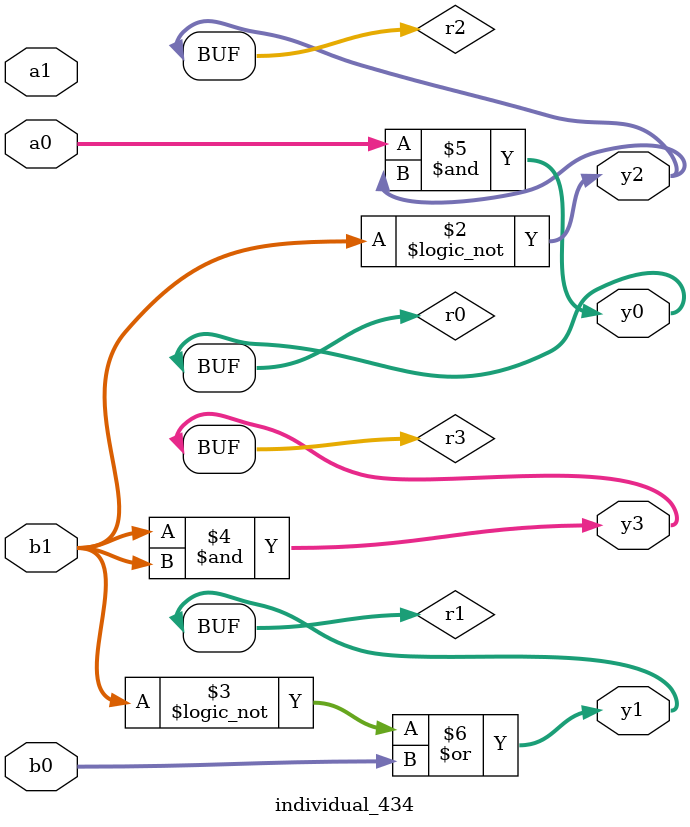
<source format=sv>
module individual_434(input logic [15:0] a1, input logic [15:0] a0, input logic [15:0] b1, input logic [15:0] b0, output logic [15:0] y3, output logic [15:0] y2, output logic [15:0] y1, output logic [15:0] y0);
logic [15:0] r0, r1, r2, r3; 
 always@(*) begin 
	 r0 = a0; r1 = a1; r2 = b0; r3 = b1; 
 	 r2 = ! b1 ;
 	 r1 = ! r3 ;
 	 r3  &=  r3 ;
 	 r0  &=  r2 ;
 	 r1  |=  b0 ;
 	 y3 = r3; y2 = r2; y1 = r1; y0 = r0; 
end
endmodule
</source>
